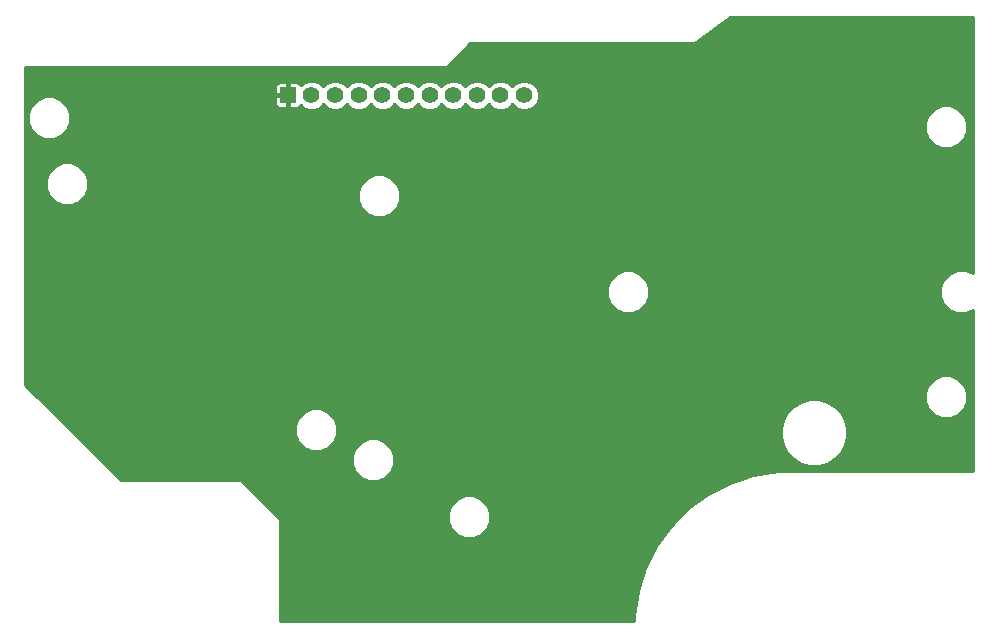
<source format=gbl>
G75*
%MOIN*%
%OFA0B0*%
%FSLAX25Y25*%
%IPPOS*%
%LPD*%
%AMOC8*
5,1,8,0,0,1.08239X$1,22.5*
%
%ADD10R,0.05600X0.05600*%
%ADD11C,0.05600*%
%ADD12C,0.01000*%
%ADD13C,0.03562*%
D10*
X0094454Y0181379D03*
D11*
X0102328Y0181379D03*
X0110202Y0181379D03*
X0118076Y0181379D03*
X0125950Y0181379D03*
X0133824Y0181379D03*
X0141698Y0181379D03*
X0149572Y0181379D03*
X0157446Y0181379D03*
X0165320Y0181379D03*
X0173194Y0181379D03*
D12*
X0038693Y0053042D02*
X0006924Y0084812D01*
X0006924Y0190819D01*
X0147426Y0190819D01*
X0155300Y0198693D01*
X0229086Y0198693D01*
X0229802Y0198592D01*
X0229936Y0198693D01*
X0230103Y0198693D01*
X0230614Y0199204D01*
X0241747Y0207590D01*
X0322724Y0207590D01*
X0322724Y0122012D01*
X0320236Y0123042D01*
X0317411Y0123042D01*
X0314802Y0121961D01*
X0312805Y0119964D01*
X0311724Y0117355D01*
X0311724Y0114530D01*
X0312805Y0111921D01*
X0314802Y0109923D01*
X0317411Y0108842D01*
X0320236Y0108842D01*
X0322724Y0109873D01*
X0322724Y0056042D01*
X0257723Y0056042D01*
X0249624Y0054759D01*
X0249623Y0054759D02*
X0241824Y0052225D01*
X0234517Y0048502D01*
X0227883Y0043682D01*
X0227883Y0043682D01*
X0222084Y0037883D01*
X0217264Y0031249D01*
X0217264Y0031249D01*
X0213541Y0023942D01*
X0213541Y0023942D01*
X0211006Y0016142D01*
X0209724Y0008043D01*
X0209724Y0006042D01*
X0091924Y0006042D01*
X0091924Y0039812D01*
X0090693Y0041042D01*
X0078693Y0053042D01*
X0038693Y0053042D01*
X0037868Y0053868D02*
X0118935Y0053868D01*
X0118802Y0053923D02*
X0121411Y0052842D01*
X0124236Y0052842D01*
X0126845Y0053923D01*
X0128843Y0055921D01*
X0129924Y0058530D01*
X0129924Y0061355D01*
X0128843Y0063964D01*
X0126845Y0065961D01*
X0124236Y0067042D01*
X0121411Y0067042D01*
X0118802Y0065961D01*
X0116805Y0063964D01*
X0115724Y0061355D01*
X0115724Y0058530D01*
X0116805Y0055921D01*
X0118802Y0053923D01*
X0117859Y0054866D02*
X0036869Y0054866D01*
X0035871Y0055865D02*
X0116860Y0055865D01*
X0116414Y0056863D02*
X0034872Y0056863D01*
X0033874Y0057862D02*
X0116000Y0057862D01*
X0115724Y0058860D02*
X0032875Y0058860D01*
X0031877Y0059859D02*
X0115724Y0059859D01*
X0115724Y0060858D02*
X0030878Y0060858D01*
X0029880Y0061856D02*
X0115931Y0061856D01*
X0116345Y0062855D02*
X0105265Y0062855D01*
X0105236Y0062842D02*
X0107845Y0063923D01*
X0109843Y0065921D01*
X0110924Y0068530D01*
X0110924Y0071355D01*
X0109843Y0073964D01*
X0107845Y0075961D01*
X0105236Y0077042D01*
X0102411Y0077042D01*
X0099802Y0075961D01*
X0097805Y0073964D01*
X0096724Y0071355D01*
X0096724Y0068530D01*
X0097805Y0065921D01*
X0099802Y0063923D01*
X0102411Y0062842D01*
X0105236Y0062842D01*
X0107676Y0063853D02*
X0116759Y0063853D01*
X0117692Y0064852D02*
X0108774Y0064852D01*
X0109772Y0065850D02*
X0118690Y0065850D01*
X0120944Y0066849D02*
X0110227Y0066849D01*
X0110641Y0067847D02*
X0258724Y0067847D01*
X0258724Y0067481D02*
X0259480Y0064658D01*
X0260941Y0062127D01*
X0263008Y0060060D01*
X0265539Y0058599D01*
X0268362Y0057842D01*
X0271285Y0057842D01*
X0274108Y0058599D01*
X0276639Y0060060D01*
X0278706Y0062127D01*
X0280167Y0064658D01*
X0280924Y0067481D01*
X0280924Y0070404D01*
X0280167Y0073227D01*
X0278706Y0075758D01*
X0276639Y0077825D01*
X0274108Y0079286D01*
X0271285Y0080042D01*
X0268362Y0080042D01*
X0265539Y0079286D01*
X0263008Y0077825D01*
X0260941Y0075758D01*
X0259480Y0073227D01*
X0258724Y0070404D01*
X0258724Y0067481D01*
X0258893Y0066849D02*
X0124704Y0066849D01*
X0126957Y0065850D02*
X0259161Y0065850D01*
X0259428Y0064852D02*
X0127955Y0064852D01*
X0128889Y0063853D02*
X0259945Y0063853D01*
X0260521Y0062855D02*
X0129302Y0062855D01*
X0129716Y0061856D02*
X0261212Y0061856D01*
X0262211Y0060858D02*
X0129924Y0060858D01*
X0129924Y0059859D02*
X0263356Y0059859D01*
X0265086Y0058860D02*
X0129924Y0058860D01*
X0129647Y0057862D02*
X0268289Y0057862D01*
X0271358Y0057862D02*
X0322724Y0057862D01*
X0322724Y0058860D02*
X0274561Y0058860D01*
X0276291Y0059859D02*
X0322724Y0059859D01*
X0322724Y0060858D02*
X0277437Y0060858D01*
X0278435Y0061856D02*
X0322724Y0061856D01*
X0322724Y0062855D02*
X0279126Y0062855D01*
X0279702Y0063853D02*
X0322724Y0063853D01*
X0322724Y0064852D02*
X0280219Y0064852D01*
X0280487Y0065850D02*
X0322724Y0065850D01*
X0322724Y0066849D02*
X0280754Y0066849D01*
X0280924Y0067847D02*
X0322724Y0067847D01*
X0322724Y0068846D02*
X0280924Y0068846D01*
X0280924Y0069844D02*
X0322724Y0069844D01*
X0322724Y0070843D02*
X0280806Y0070843D01*
X0280538Y0071841D02*
X0322724Y0071841D01*
X0322724Y0072840D02*
X0280271Y0072840D01*
X0279814Y0073838D02*
X0322724Y0073838D01*
X0322724Y0074837D02*
X0317636Y0074837D01*
X0317845Y0074923D02*
X0319843Y0076921D01*
X0320924Y0079530D01*
X0320924Y0082355D01*
X0319843Y0084964D01*
X0317845Y0086961D01*
X0315236Y0088042D01*
X0312411Y0088042D01*
X0309802Y0086961D01*
X0307805Y0084964D01*
X0306724Y0082355D01*
X0306724Y0079530D01*
X0307805Y0076921D01*
X0309802Y0074923D01*
X0312411Y0073842D01*
X0315236Y0073842D01*
X0317845Y0074923D01*
X0318757Y0075835D02*
X0322724Y0075835D01*
X0322724Y0076834D02*
X0319756Y0076834D01*
X0320220Y0077832D02*
X0322724Y0077832D01*
X0322724Y0078831D02*
X0320634Y0078831D01*
X0320924Y0079829D02*
X0322724Y0079829D01*
X0322724Y0080828D02*
X0320924Y0080828D01*
X0320924Y0081826D02*
X0322724Y0081826D01*
X0322724Y0082825D02*
X0320729Y0082825D01*
X0320315Y0083823D02*
X0322724Y0083823D01*
X0322724Y0084822D02*
X0319902Y0084822D01*
X0318987Y0085820D02*
X0322724Y0085820D01*
X0322724Y0086819D02*
X0317988Y0086819D01*
X0315779Y0087817D02*
X0322724Y0087817D01*
X0322724Y0088816D02*
X0006924Y0088816D01*
X0006924Y0089814D02*
X0322724Y0089814D01*
X0322724Y0090813D02*
X0006924Y0090813D01*
X0006924Y0091811D02*
X0322724Y0091811D01*
X0322724Y0092810D02*
X0006924Y0092810D01*
X0006924Y0093808D02*
X0322724Y0093808D01*
X0322724Y0094807D02*
X0006924Y0094807D01*
X0006924Y0095805D02*
X0322724Y0095805D01*
X0322724Y0096804D02*
X0006924Y0096804D01*
X0006924Y0097802D02*
X0322724Y0097802D01*
X0322724Y0098801D02*
X0006924Y0098801D01*
X0006924Y0099799D02*
X0322724Y0099799D01*
X0322724Y0100798D02*
X0006924Y0100798D01*
X0006924Y0101796D02*
X0322724Y0101796D01*
X0322724Y0102795D02*
X0006924Y0102795D01*
X0006924Y0103793D02*
X0322724Y0103793D01*
X0322724Y0104792D02*
X0006924Y0104792D01*
X0006924Y0105791D02*
X0322724Y0105791D01*
X0322724Y0106789D02*
X0006924Y0106789D01*
X0006924Y0107788D02*
X0322724Y0107788D01*
X0322724Y0108786D02*
X0006924Y0108786D01*
X0006924Y0109785D02*
X0204137Y0109785D01*
X0203802Y0109923D02*
X0206411Y0108842D01*
X0209236Y0108842D01*
X0211845Y0109923D01*
X0213843Y0111921D01*
X0214924Y0114530D01*
X0214924Y0117355D01*
X0213843Y0119964D01*
X0211845Y0121961D01*
X0209236Y0123042D01*
X0206411Y0123042D01*
X0203802Y0121961D01*
X0201805Y0119964D01*
X0200724Y0117355D01*
X0200724Y0114530D01*
X0201805Y0111921D01*
X0203802Y0109923D01*
X0202942Y0110783D02*
X0006924Y0110783D01*
X0006924Y0111782D02*
X0201943Y0111782D01*
X0201448Y0112780D02*
X0006924Y0112780D01*
X0006924Y0113779D02*
X0201035Y0113779D01*
X0200724Y0114777D02*
X0006924Y0114777D01*
X0006924Y0115776D02*
X0200724Y0115776D01*
X0200724Y0116774D02*
X0006924Y0116774D01*
X0006924Y0117773D02*
X0200897Y0117773D01*
X0201310Y0118771D02*
X0006924Y0118771D01*
X0006924Y0119770D02*
X0201724Y0119770D01*
X0202609Y0120768D02*
X0006924Y0120768D01*
X0006924Y0121767D02*
X0203607Y0121767D01*
X0205742Y0122765D02*
X0006924Y0122765D01*
X0006924Y0123764D02*
X0322724Y0123764D01*
X0322724Y0124762D02*
X0006924Y0124762D01*
X0006924Y0125761D02*
X0322724Y0125761D01*
X0322724Y0126759D02*
X0006924Y0126759D01*
X0006924Y0127758D02*
X0322724Y0127758D01*
X0322724Y0128756D02*
X0006924Y0128756D01*
X0006924Y0129755D02*
X0322724Y0129755D01*
X0322724Y0130753D02*
X0006924Y0130753D01*
X0006924Y0131752D02*
X0322724Y0131752D01*
X0322724Y0132750D02*
X0006924Y0132750D01*
X0006924Y0133749D02*
X0322724Y0133749D01*
X0322724Y0134747D02*
X0006924Y0134747D01*
X0006924Y0135746D02*
X0322724Y0135746D01*
X0322724Y0136744D02*
X0006924Y0136744D01*
X0006924Y0137743D02*
X0322724Y0137743D01*
X0322724Y0138741D02*
X0006924Y0138741D01*
X0006924Y0139740D02*
X0322724Y0139740D01*
X0322724Y0140738D02*
X0006924Y0140738D01*
X0006924Y0141737D02*
X0121252Y0141737D01*
X0120802Y0141923D02*
X0123411Y0140842D01*
X0126236Y0140842D01*
X0128845Y0141923D01*
X0130843Y0143921D01*
X0131924Y0146530D01*
X0131924Y0149355D01*
X0130843Y0151964D01*
X0128845Y0153961D01*
X0126236Y0155042D01*
X0123411Y0155042D01*
X0120802Y0153961D01*
X0118805Y0151964D01*
X0117724Y0149355D01*
X0117724Y0146530D01*
X0118805Y0143921D01*
X0120802Y0141923D01*
X0119990Y0142735D02*
X0006924Y0142735D01*
X0006924Y0143734D02*
X0118991Y0143734D01*
X0118468Y0144732D02*
X0006924Y0144732D01*
X0006924Y0145731D02*
X0017266Y0145731D01*
X0016802Y0145923D02*
X0019411Y0144842D01*
X0022236Y0144842D01*
X0024845Y0145923D01*
X0026843Y0147921D01*
X0027924Y0150530D01*
X0027924Y0153355D01*
X0026843Y0155964D01*
X0024845Y0157961D01*
X0022236Y0159042D01*
X0019411Y0159042D01*
X0016802Y0157961D01*
X0014805Y0155964D01*
X0013724Y0153355D01*
X0013724Y0150530D01*
X0014805Y0147921D01*
X0016802Y0145923D01*
X0015996Y0146729D02*
X0006924Y0146729D01*
X0006924Y0147728D02*
X0014997Y0147728D01*
X0014471Y0148727D02*
X0006924Y0148727D01*
X0006924Y0149725D02*
X0014057Y0149725D01*
X0013724Y0150724D02*
X0006924Y0150724D01*
X0006924Y0151722D02*
X0013724Y0151722D01*
X0013724Y0152721D02*
X0006924Y0152721D01*
X0006924Y0153719D02*
X0013875Y0153719D01*
X0014288Y0154718D02*
X0006924Y0154718D01*
X0006924Y0155716D02*
X0014702Y0155716D01*
X0015555Y0156715D02*
X0006924Y0156715D01*
X0006924Y0157713D02*
X0016553Y0157713D01*
X0018613Y0158712D02*
X0006924Y0158712D01*
X0006924Y0159710D02*
X0322724Y0159710D01*
X0322724Y0158712D02*
X0023034Y0158712D01*
X0025094Y0157713D02*
X0322724Y0157713D01*
X0322724Y0156715D02*
X0026092Y0156715D01*
X0026945Y0155716D02*
X0322724Y0155716D01*
X0322724Y0154718D02*
X0127020Y0154718D01*
X0129088Y0153719D02*
X0322724Y0153719D01*
X0322724Y0152721D02*
X0130086Y0152721D01*
X0130943Y0151722D02*
X0322724Y0151722D01*
X0322724Y0150724D02*
X0131357Y0150724D01*
X0131770Y0149725D02*
X0322724Y0149725D01*
X0322724Y0148727D02*
X0131924Y0148727D01*
X0131924Y0147728D02*
X0322724Y0147728D01*
X0322724Y0146729D02*
X0131924Y0146729D01*
X0131593Y0145731D02*
X0322724Y0145731D01*
X0322724Y0144732D02*
X0131179Y0144732D01*
X0130656Y0143734D02*
X0322724Y0143734D01*
X0322724Y0142735D02*
X0129658Y0142735D01*
X0128396Y0141737D02*
X0322724Y0141737D01*
X0322724Y0160709D02*
X0006924Y0160709D01*
X0006924Y0161707D02*
X0322724Y0161707D01*
X0322724Y0162706D02*
X0006924Y0162706D01*
X0006924Y0163704D02*
X0322724Y0163704D01*
X0322724Y0164703D02*
X0317313Y0164703D01*
X0317845Y0164923D02*
X0319843Y0166921D01*
X0320924Y0169530D01*
X0320924Y0172355D01*
X0319843Y0174964D01*
X0317845Y0176961D01*
X0315236Y0178042D01*
X0312411Y0178042D01*
X0309802Y0176961D01*
X0307805Y0174964D01*
X0306724Y0172355D01*
X0306724Y0169530D01*
X0307805Y0166921D01*
X0309802Y0164923D01*
X0312411Y0163842D01*
X0315236Y0163842D01*
X0317845Y0164923D01*
X0318623Y0165701D02*
X0322724Y0165701D01*
X0322724Y0166700D02*
X0319622Y0166700D01*
X0320165Y0167698D02*
X0322724Y0167698D01*
X0322724Y0168697D02*
X0320578Y0168697D01*
X0320924Y0169695D02*
X0322724Y0169695D01*
X0322724Y0170694D02*
X0320924Y0170694D01*
X0320924Y0171692D02*
X0322724Y0171692D01*
X0322724Y0172691D02*
X0320784Y0172691D01*
X0320371Y0173689D02*
X0322724Y0173689D01*
X0322724Y0174688D02*
X0319957Y0174688D01*
X0319121Y0175686D02*
X0322724Y0175686D01*
X0322724Y0176685D02*
X0318122Y0176685D01*
X0316103Y0177683D02*
X0322724Y0177683D01*
X0322724Y0178682D02*
X0177380Y0178682D01*
X0177348Y0178604D02*
X0178094Y0180405D01*
X0178094Y0182354D01*
X0177348Y0184155D01*
X0175969Y0185533D01*
X0174168Y0186279D01*
X0172219Y0186279D01*
X0170418Y0185533D01*
X0169257Y0184372D01*
X0168095Y0185533D01*
X0166294Y0186279D01*
X0164345Y0186279D01*
X0162544Y0185533D01*
X0161383Y0184372D01*
X0160221Y0185533D01*
X0158420Y0186279D01*
X0156471Y0186279D01*
X0154670Y0185533D01*
X0153509Y0184372D01*
X0152347Y0185533D01*
X0150546Y0186279D01*
X0148597Y0186279D01*
X0146796Y0185533D01*
X0145635Y0184372D01*
X0144473Y0185533D01*
X0142672Y0186279D01*
X0140723Y0186279D01*
X0138922Y0185533D01*
X0137761Y0184372D01*
X0136599Y0185533D01*
X0134798Y0186279D01*
X0132849Y0186279D01*
X0131048Y0185533D01*
X0129887Y0184372D01*
X0128725Y0185533D01*
X0126924Y0186279D01*
X0124975Y0186279D01*
X0123174Y0185533D01*
X0122013Y0184372D01*
X0120851Y0185533D01*
X0119050Y0186279D01*
X0117101Y0186279D01*
X0115300Y0185533D01*
X0114139Y0184372D01*
X0112977Y0185533D01*
X0111176Y0186279D01*
X0109227Y0186279D01*
X0107426Y0185533D01*
X0106265Y0184372D01*
X0105103Y0185533D01*
X0103302Y0186279D01*
X0101353Y0186279D01*
X0099552Y0185533D01*
X0098678Y0184659D01*
X0098651Y0184758D01*
X0098454Y0185100D01*
X0098175Y0185380D01*
X0097833Y0185577D01*
X0097451Y0185679D01*
X0094854Y0185679D01*
X0094854Y0181779D01*
X0094054Y0181779D01*
X0094053Y0181779D02*
X0094053Y0180979D01*
X0090154Y0180979D01*
X0090154Y0178382D01*
X0090256Y0178000D01*
X0090453Y0177658D01*
X0090733Y0177379D01*
X0091075Y0177182D01*
X0091456Y0177079D01*
X0094054Y0177079D01*
X0094054Y0180979D01*
X0094854Y0180979D01*
X0094854Y0177079D01*
X0097451Y0177079D01*
X0097833Y0177182D01*
X0098175Y0177379D01*
X0098454Y0177658D01*
X0098651Y0178000D01*
X0098678Y0178099D01*
X0099552Y0177225D01*
X0101353Y0176479D01*
X0103302Y0176479D01*
X0105103Y0177225D01*
X0106265Y0178387D01*
X0107426Y0177225D01*
X0109227Y0176479D01*
X0111176Y0176479D01*
X0112977Y0177225D01*
X0114139Y0178387D01*
X0115300Y0177225D01*
X0117101Y0176479D01*
X0119050Y0176479D01*
X0120851Y0177225D01*
X0122013Y0178387D01*
X0123174Y0177225D01*
X0124975Y0176479D01*
X0126924Y0176479D01*
X0128725Y0177225D01*
X0129887Y0178387D01*
X0131048Y0177225D01*
X0132849Y0176479D01*
X0134798Y0176479D01*
X0136599Y0177225D01*
X0137761Y0178387D01*
X0138922Y0177225D01*
X0140723Y0176479D01*
X0142672Y0176479D01*
X0144473Y0177225D01*
X0145635Y0178387D01*
X0146796Y0177225D01*
X0148597Y0176479D01*
X0150546Y0176479D01*
X0152347Y0177225D01*
X0153509Y0178387D01*
X0154670Y0177225D01*
X0156471Y0176479D01*
X0158420Y0176479D01*
X0160221Y0177225D01*
X0161383Y0178387D01*
X0162544Y0177225D01*
X0164345Y0176479D01*
X0166294Y0176479D01*
X0168095Y0177225D01*
X0169257Y0178387D01*
X0170418Y0177225D01*
X0172219Y0176479D01*
X0174168Y0176479D01*
X0175969Y0177225D01*
X0177348Y0178604D01*
X0177794Y0179680D02*
X0322724Y0179680D01*
X0322724Y0180679D02*
X0178094Y0180679D01*
X0178094Y0181677D02*
X0322724Y0181677D01*
X0322724Y0182676D02*
X0177960Y0182676D01*
X0177547Y0183674D02*
X0322724Y0183674D01*
X0322724Y0184673D02*
X0176830Y0184673D01*
X0175636Y0185671D02*
X0322724Y0185671D01*
X0322724Y0186670D02*
X0006924Y0186670D01*
X0006924Y0187668D02*
X0322724Y0187668D01*
X0322724Y0188667D02*
X0006924Y0188667D01*
X0006924Y0189665D02*
X0322724Y0189665D01*
X0322724Y0190664D02*
X0006924Y0190664D01*
X0006924Y0185671D02*
X0091426Y0185671D01*
X0091456Y0185679D02*
X0091075Y0185577D01*
X0090733Y0185380D01*
X0090453Y0185100D01*
X0090256Y0184758D01*
X0090154Y0184377D01*
X0090154Y0181779D01*
X0094053Y0181779D01*
X0094054Y0181779D02*
X0094054Y0185679D01*
X0091456Y0185679D01*
X0090233Y0184673D02*
X0006924Y0184673D01*
X0006924Y0183674D02*
X0090154Y0183674D01*
X0090154Y0182676D02*
X0006924Y0182676D01*
X0006924Y0181677D02*
X0094053Y0181677D01*
X0094054Y0180679D02*
X0094854Y0180679D01*
X0094854Y0179680D02*
X0094054Y0179680D01*
X0094054Y0178682D02*
X0094854Y0178682D01*
X0094854Y0177683D02*
X0094054Y0177683D01*
X0090439Y0177683D02*
X0020959Y0177683D01*
X0020843Y0177964D02*
X0018845Y0179961D01*
X0016236Y0181042D01*
X0013411Y0181042D01*
X0010802Y0179961D01*
X0008805Y0177964D01*
X0007724Y0175355D01*
X0007724Y0172530D01*
X0008805Y0169921D01*
X0010802Y0167923D01*
X0013411Y0166842D01*
X0016236Y0166842D01*
X0018845Y0167923D01*
X0020843Y0169921D01*
X0021924Y0172530D01*
X0021924Y0175355D01*
X0020843Y0177964D01*
X0020125Y0178682D02*
X0090154Y0178682D01*
X0090154Y0179680D02*
X0019127Y0179680D01*
X0017113Y0180679D02*
X0090154Y0180679D01*
X0094054Y0182676D02*
X0094854Y0182676D01*
X0094854Y0183674D02*
X0094054Y0183674D01*
X0094054Y0184673D02*
X0094854Y0184673D01*
X0094854Y0185671D02*
X0094054Y0185671D01*
X0097481Y0185671D02*
X0099885Y0185671D01*
X0098691Y0184673D02*
X0098674Y0184673D01*
X0104770Y0185671D02*
X0107759Y0185671D01*
X0106565Y0184673D02*
X0105964Y0184673D01*
X0112644Y0185671D02*
X0115633Y0185671D01*
X0114439Y0184673D02*
X0113838Y0184673D01*
X0120518Y0185671D02*
X0123507Y0185671D01*
X0122314Y0184673D02*
X0121712Y0184673D01*
X0128392Y0185671D02*
X0131381Y0185671D01*
X0130188Y0184673D02*
X0129586Y0184673D01*
X0136266Y0185671D02*
X0139255Y0185671D01*
X0138062Y0184673D02*
X0137460Y0184673D01*
X0144140Y0185671D02*
X0147129Y0185671D01*
X0145936Y0184673D02*
X0145334Y0184673D01*
X0152014Y0185671D02*
X0155003Y0185671D01*
X0153810Y0184673D02*
X0153208Y0184673D01*
X0159888Y0185671D02*
X0162877Y0185671D01*
X0161684Y0184673D02*
X0161082Y0184673D01*
X0167762Y0185671D02*
X0170751Y0185671D01*
X0169558Y0184673D02*
X0168956Y0184673D01*
X0168553Y0177683D02*
X0169960Y0177683D01*
X0171723Y0176685D02*
X0166790Y0176685D01*
X0163849Y0176685D02*
X0158916Y0176685D01*
X0160679Y0177683D02*
X0162086Y0177683D01*
X0155975Y0176685D02*
X0151042Y0176685D01*
X0152805Y0177683D02*
X0154212Y0177683D01*
X0148101Y0176685D02*
X0143168Y0176685D01*
X0144931Y0177683D02*
X0146338Y0177683D01*
X0140227Y0176685D02*
X0135294Y0176685D01*
X0137057Y0177683D02*
X0138464Y0177683D01*
X0132353Y0176685D02*
X0127420Y0176685D01*
X0129183Y0177683D02*
X0130590Y0177683D01*
X0124479Y0176685D02*
X0119546Y0176685D01*
X0121309Y0177683D02*
X0122716Y0177683D01*
X0116605Y0176685D02*
X0111672Y0176685D01*
X0113435Y0177683D02*
X0114842Y0177683D01*
X0108731Y0176685D02*
X0103798Y0176685D01*
X0105561Y0177683D02*
X0106968Y0177683D01*
X0100857Y0176685D02*
X0021373Y0176685D01*
X0021786Y0175686D02*
X0308527Y0175686D01*
X0307690Y0174688D02*
X0021924Y0174688D01*
X0021924Y0173689D02*
X0307276Y0173689D01*
X0306863Y0172691D02*
X0021924Y0172691D01*
X0021577Y0171692D02*
X0306724Y0171692D01*
X0306724Y0170694D02*
X0021163Y0170694D01*
X0020617Y0169695D02*
X0306724Y0169695D01*
X0307069Y0168697D02*
X0019619Y0168697D01*
X0018302Y0167698D02*
X0307482Y0167698D01*
X0308025Y0166700D02*
X0006924Y0166700D01*
X0006924Y0167698D02*
X0011345Y0167698D01*
X0010028Y0168697D02*
X0006924Y0168697D01*
X0006924Y0169695D02*
X0009030Y0169695D01*
X0008484Y0170694D02*
X0006924Y0170694D01*
X0006924Y0171692D02*
X0008071Y0171692D01*
X0007724Y0172691D02*
X0006924Y0172691D01*
X0006924Y0173689D02*
X0007724Y0173689D01*
X0007724Y0174688D02*
X0006924Y0174688D01*
X0006924Y0175686D02*
X0007861Y0175686D01*
X0008275Y0176685D02*
X0006924Y0176685D01*
X0006924Y0177683D02*
X0008688Y0177683D01*
X0009522Y0178682D02*
X0006924Y0178682D01*
X0006924Y0179680D02*
X0010521Y0179680D01*
X0012534Y0180679D02*
X0006924Y0180679D01*
X0006924Y0165701D02*
X0309024Y0165701D01*
X0310334Y0164703D02*
X0006924Y0164703D01*
X0027359Y0154718D02*
X0122627Y0154718D01*
X0120559Y0153719D02*
X0027773Y0153719D01*
X0027924Y0152721D02*
X0119561Y0152721D01*
X0118704Y0151722D02*
X0027924Y0151722D01*
X0027924Y0150724D02*
X0118291Y0150724D01*
X0117877Y0149725D02*
X0027590Y0149725D01*
X0027177Y0148727D02*
X0117724Y0148727D01*
X0117724Y0147728D02*
X0026650Y0147728D01*
X0025652Y0146729D02*
X0117724Y0146729D01*
X0118055Y0145731D02*
X0024381Y0145731D01*
X0098468Y0177683D02*
X0099094Y0177683D01*
X0148270Y0191662D02*
X0322724Y0191662D01*
X0322724Y0192661D02*
X0149268Y0192661D01*
X0150267Y0193660D02*
X0322724Y0193660D01*
X0322724Y0194658D02*
X0151265Y0194658D01*
X0152264Y0195657D02*
X0322724Y0195657D01*
X0322724Y0196655D02*
X0153262Y0196655D01*
X0154261Y0197654D02*
X0322724Y0197654D01*
X0322724Y0198652D02*
X0229882Y0198652D01*
X0229375Y0198652D02*
X0155259Y0198652D01*
X0176427Y0177683D02*
X0311545Y0177683D01*
X0309525Y0176685D02*
X0174664Y0176685D01*
X0231207Y0199651D02*
X0322724Y0199651D01*
X0322724Y0200649D02*
X0232532Y0200649D01*
X0233858Y0201648D02*
X0322724Y0201648D01*
X0322724Y0202646D02*
X0235183Y0202646D01*
X0236509Y0203645D02*
X0322724Y0203645D01*
X0322724Y0204643D02*
X0237834Y0204643D01*
X0239160Y0205642D02*
X0322724Y0205642D01*
X0322724Y0206640D02*
X0240485Y0206640D01*
X0209905Y0122765D02*
X0316742Y0122765D01*
X0314607Y0121767D02*
X0212040Y0121767D01*
X0213039Y0120768D02*
X0313609Y0120768D01*
X0312724Y0119770D02*
X0213923Y0119770D01*
X0214337Y0118771D02*
X0312310Y0118771D01*
X0311897Y0117773D02*
X0214750Y0117773D01*
X0214924Y0116774D02*
X0311724Y0116774D01*
X0311724Y0115776D02*
X0214924Y0115776D01*
X0214924Y0114777D02*
X0311724Y0114777D01*
X0312035Y0113779D02*
X0214612Y0113779D01*
X0214199Y0112780D02*
X0312448Y0112780D01*
X0312943Y0111782D02*
X0213704Y0111782D01*
X0212705Y0110783D02*
X0313942Y0110783D01*
X0315137Y0109785D02*
X0211511Y0109785D01*
X0261019Y0075835D02*
X0107972Y0075835D01*
X0108970Y0074837D02*
X0260410Y0074837D01*
X0259833Y0073838D02*
X0109895Y0073838D01*
X0110309Y0072840D02*
X0259376Y0072840D01*
X0259109Y0071841D02*
X0110722Y0071841D01*
X0110924Y0070843D02*
X0258841Y0070843D01*
X0258724Y0069844D02*
X0110924Y0069844D01*
X0110924Y0068846D02*
X0258724Y0068846D01*
X0262017Y0076834D02*
X0105740Y0076834D01*
X0101908Y0076834D02*
X0014902Y0076834D01*
X0013904Y0077832D02*
X0263021Y0077832D01*
X0264751Y0078831D02*
X0012905Y0078831D01*
X0011907Y0079829D02*
X0267567Y0079829D01*
X0272080Y0079829D02*
X0306724Y0079829D01*
X0306724Y0080828D02*
X0010908Y0080828D01*
X0009910Y0081826D02*
X0306724Y0081826D01*
X0306918Y0082825D02*
X0008911Y0082825D01*
X0007913Y0083823D02*
X0307332Y0083823D01*
X0307746Y0084822D02*
X0006924Y0084822D01*
X0006924Y0085820D02*
X0308661Y0085820D01*
X0309659Y0086819D02*
X0006924Y0086819D01*
X0006924Y0087817D02*
X0311868Y0087817D01*
X0307013Y0078831D02*
X0274896Y0078831D01*
X0276626Y0077832D02*
X0307427Y0077832D01*
X0307891Y0076834D02*
X0277630Y0076834D01*
X0278629Y0075835D02*
X0308890Y0075835D01*
X0310011Y0074837D02*
X0279238Y0074837D01*
X0256603Y0055865D02*
X0128787Y0055865D01*
X0129233Y0056863D02*
X0322724Y0056863D01*
X0250299Y0054866D02*
X0127789Y0054866D01*
X0126712Y0053868D02*
X0246880Y0053868D01*
X0249623Y0054759D02*
X0249624Y0054759D01*
X0243807Y0052869D02*
X0124301Y0052869D01*
X0121346Y0052869D02*
X0078866Y0052869D01*
X0079865Y0051871D02*
X0241129Y0051871D01*
X0241824Y0052225D02*
X0241824Y0052225D01*
X0239169Y0050872D02*
X0080863Y0050872D01*
X0081862Y0049874D02*
X0237209Y0049874D01*
X0235250Y0048875D02*
X0082860Y0048875D01*
X0083859Y0047877D02*
X0153012Y0047877D01*
X0153411Y0048042D02*
X0150802Y0046961D01*
X0148805Y0044964D01*
X0147724Y0042355D01*
X0147724Y0039530D01*
X0148805Y0036921D01*
X0150802Y0034923D01*
X0153411Y0033842D01*
X0156236Y0033842D01*
X0158845Y0034923D01*
X0160843Y0036921D01*
X0161924Y0039530D01*
X0161924Y0042355D01*
X0160843Y0044964D01*
X0158845Y0046961D01*
X0156236Y0048042D01*
X0153411Y0048042D01*
X0150719Y0046878D02*
X0084857Y0046878D01*
X0085856Y0045880D02*
X0149720Y0045880D01*
X0148770Y0044881D02*
X0086854Y0044881D01*
X0087853Y0043883D02*
X0148357Y0043883D01*
X0147943Y0042884D02*
X0088852Y0042884D01*
X0089850Y0041886D02*
X0147724Y0041886D01*
X0147724Y0040887D02*
X0090849Y0040887D01*
X0090693Y0041042D02*
X0090693Y0041042D01*
X0091847Y0039889D02*
X0147724Y0039889D01*
X0147989Y0038890D02*
X0091924Y0038890D01*
X0091924Y0037892D02*
X0148402Y0037892D01*
X0148832Y0036893D02*
X0091924Y0036893D01*
X0091924Y0035895D02*
X0149830Y0035895D01*
X0150867Y0034896D02*
X0091924Y0034896D01*
X0091924Y0033898D02*
X0153278Y0033898D01*
X0156370Y0033898D02*
X0219188Y0033898D01*
X0219914Y0034896D02*
X0158780Y0034896D01*
X0159817Y0035895D02*
X0220639Y0035895D01*
X0221365Y0036893D02*
X0160815Y0036893D01*
X0161245Y0037892D02*
X0222092Y0037892D01*
X0222084Y0037883D02*
X0222084Y0037883D01*
X0223091Y0038890D02*
X0161659Y0038890D01*
X0161924Y0039889D02*
X0224090Y0039889D01*
X0225088Y0040887D02*
X0161924Y0040887D01*
X0161924Y0041886D02*
X0226087Y0041886D01*
X0227085Y0042884D02*
X0161704Y0042884D01*
X0161291Y0043883D02*
X0228159Y0043883D01*
X0229533Y0044881D02*
X0160877Y0044881D01*
X0159927Y0045880D02*
X0230908Y0045880D01*
X0232282Y0046878D02*
X0158929Y0046878D01*
X0156635Y0047877D02*
X0233656Y0047877D01*
X0234517Y0048502D02*
X0234517Y0048502D01*
X0218463Y0032899D02*
X0091924Y0032899D01*
X0091924Y0031901D02*
X0217737Y0031901D01*
X0217087Y0030902D02*
X0091924Y0030902D01*
X0091924Y0029904D02*
X0216578Y0029904D01*
X0216070Y0028905D02*
X0091924Y0028905D01*
X0091924Y0027907D02*
X0215561Y0027907D01*
X0215052Y0026908D02*
X0091924Y0026908D01*
X0091924Y0025910D02*
X0214543Y0025910D01*
X0214035Y0024911D02*
X0091924Y0024911D01*
X0091924Y0023913D02*
X0213531Y0023913D01*
X0213207Y0022914D02*
X0091924Y0022914D01*
X0091924Y0021916D02*
X0212882Y0021916D01*
X0212558Y0020917D02*
X0091924Y0020917D01*
X0091924Y0019919D02*
X0212233Y0019919D01*
X0211909Y0018920D02*
X0091924Y0018920D01*
X0091924Y0017922D02*
X0211585Y0017922D01*
X0211260Y0016923D02*
X0091924Y0016923D01*
X0091924Y0015924D02*
X0210972Y0015924D01*
X0211006Y0016142D02*
X0211006Y0016142D01*
X0210814Y0014926D02*
X0091924Y0014926D01*
X0091924Y0013927D02*
X0210656Y0013927D01*
X0210498Y0012929D02*
X0091924Y0012929D01*
X0091924Y0011930D02*
X0210339Y0011930D01*
X0210181Y0010932D02*
X0091924Y0010932D01*
X0091924Y0009933D02*
X0210023Y0009933D01*
X0209865Y0008935D02*
X0091924Y0008935D01*
X0091924Y0007936D02*
X0209724Y0007936D01*
X0209724Y0006938D02*
X0091924Y0006938D01*
X0102382Y0062855D02*
X0028881Y0062855D01*
X0027883Y0063853D02*
X0099971Y0063853D01*
X0098873Y0064852D02*
X0026884Y0064852D01*
X0025886Y0065850D02*
X0097875Y0065850D01*
X0097420Y0066849D02*
X0024887Y0066849D01*
X0023889Y0067847D02*
X0097007Y0067847D01*
X0096724Y0068846D02*
X0022890Y0068846D01*
X0021892Y0069844D02*
X0096724Y0069844D01*
X0096724Y0070843D02*
X0020893Y0070843D01*
X0019895Y0071841D02*
X0096925Y0071841D01*
X0097339Y0072840D02*
X0018896Y0072840D01*
X0017898Y0073838D02*
X0097752Y0073838D01*
X0098677Y0074837D02*
X0016899Y0074837D01*
X0015901Y0075835D02*
X0099676Y0075835D01*
X0322511Y0109785D02*
X0322724Y0109785D01*
X0322724Y0122765D02*
X0320905Y0122765D01*
D13*
X0294509Y0097879D03*
X0230139Y0075202D03*
X0202580Y0051580D03*
X0147343Y0052171D03*
X0089824Y0053942D03*
X0075020Y0101344D03*
X0055020Y0121344D03*
X0013446Y0091501D03*
X0203135Y0137249D03*
X0279820Y0160871D03*
M02*

</source>
